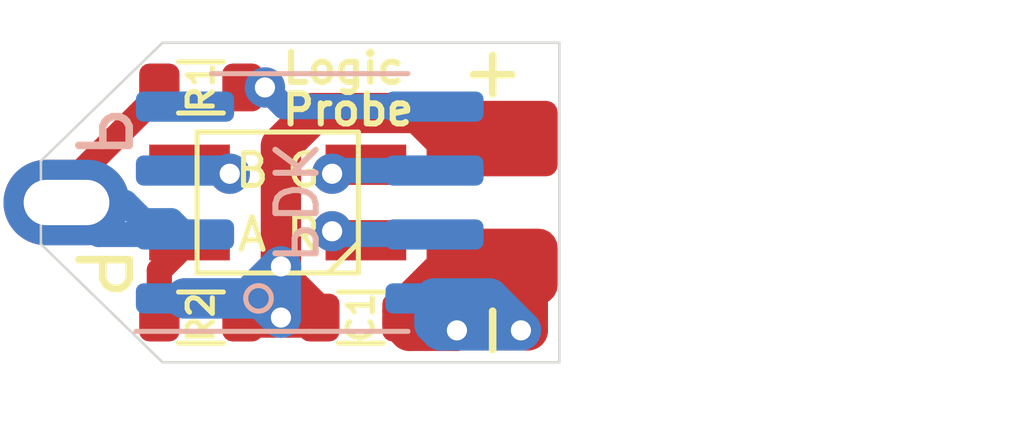
<source format=kicad_pcb>
(kicad_pcb (version 20171130) (host pcbnew "(5.1.8)-1")

  (general
    (thickness 0.8)
    (drawings 12)
    (tracks 78)
    (zones 0)
    (modules 7)
    (nets 9)
  )

  (page USLetter)
  (layers
    (0 F.Cu signal)
    (31 B.Cu signal)
    (32 B.Adhes user)
    (33 F.Adhes user)
    (34 B.Paste user)
    (35 F.Paste user)
    (36 B.SilkS user)
    (37 F.SilkS user)
    (38 B.Mask user)
    (39 F.Mask user)
    (40 Dwgs.User user)
    (41 Cmts.User user)
    (42 Eco1.User user)
    (43 Eco2.User user)
    (44 Edge.Cuts user)
    (45 Margin user)
    (46 B.CrtYd user)
    (47 F.CrtYd user)
    (48 B.Fab user)
    (49 F.Fab user)
  )

  (setup
    (last_trace_width 0.25)
    (user_trace_width 0.4)
    (user_trace_width 0.5)
    (user_trace_width 0.8)
    (user_trace_width 1)
    (trace_clearance 0.2)
    (zone_clearance 0.508)
    (zone_45_only no)
    (trace_min 0.2)
    (via_size 0.8)
    (via_drill 0.4)
    (via_min_size 0.4)
    (via_min_drill 0.3)
    (user_via 0.6 0.3)
    (user_via 0.7 0.35)
    (uvia_size 0.3)
    (uvia_drill 0.1)
    (uvias_allowed no)
    (uvia_min_size 0.2)
    (uvia_min_drill 0.1)
    (edge_width 0.05)
    (segment_width 0.2)
    (pcb_text_width 0.3)
    (pcb_text_size 1.5 1.5)
    (mod_edge_width 0.12)
    (mod_text_size 1 1)
    (mod_text_width 0.15)
    (pad_size 2.5 1.7)
    (pad_drill 1.7)
    (pad_to_mask_clearance 0)
    (aux_axis_origin 0 0)
    (visible_elements 7FFFFFFF)
    (pcbplotparams
      (layerselection 0x010fc_ffffffff)
      (usegerberextensions false)
      (usegerberattributes true)
      (usegerberadvancedattributes true)
      (creategerberjobfile true)
      (excludeedgelayer true)
      (linewidth 0.100000)
      (plotframeref false)
      (viasonmask false)
      (mode 1)
      (useauxorigin false)
      (hpglpennumber 1)
      (hpglpenspeed 20)
      (hpglpendiameter 15.000000)
      (psnegative false)
      (psa4output false)
      (plotreference true)
      (plotvalue true)
      (plotinvisibletext false)
      (padsonsilk false)
      (subtractmaskfromsilk false)
      (outputformat 1)
      (mirror false)
      (drillshape 0)
      (scaleselection 1)
      (outputdirectory "output/gerber/"))
  )

  (net 0 "")
  (net 1 "Net-(D1-Pad2)")
  (net 2 "Net-(R1-Pad1)")
  (net 3 PROBE)
  (net 4 VCC)
  (net 5 GND)
  (net 6 LED_R)
  (net 7 LED_G)
  (net 8 LED_B)

  (net_class Default "This is the default net class."
    (clearance 0.2)
    (trace_width 0.25)
    (via_dia 0.8)
    (via_drill 0.4)
    (uvia_dia 0.3)
    (uvia_drill 0.1)
    (add_net GND)
    (add_net LED_B)
    (add_net LED_G)
    (add_net LED_R)
    (add_net "Net-(D1-Pad2)")
    (add_net "Net-(R1-Pad1)")
    (add_net PROBE)
    (add_net VCC)
  )

  (module modules:SOIC-8_3.9x4.9mm_P1.27mm (layer B.Cu) (tedit 638E2DD4) (tstamp 638BB989)
    (at 139.7 88.9)
    (descr "SOIC, 8 Pin (JEDEC MS-012AA, https://www.analog.com/media/en/package-pcb-resources/package/pkg_pdf/soic_narrow-r/r_8.pdf), generated with kicad-footprint-generator ipc_gullwing_generator.py")
    (tags "SOIC SO")
    (path /638BB5E6)
    (attr smd)
    (fp_text reference U1 (at 0 -1.905 unlocked) (layer B.Fab)
      (effects (font (size 0.8 0.8) (thickness 0.12)) (justify mirror))
    )
    (fp_text value PDK (at 0.762 0 90) (layer B.Fab)
      (effects (font (size 0.4 0.4) (thickness 0.08)) (justify mirror))
    )
    (fp_circle (center -1.016 1.905) (end -0.762 1.905) (layer B.SilkS) (width 0.1))
    (fp_line (start 0 -2.56) (end 1.95 -2.56) (layer B.SilkS) (width 0.1))
    (fp_line (start 0 -2.56) (end -1.95 -2.56) (layer B.SilkS) (width 0.1))
    (fp_line (start 0 2.56) (end 1.95 2.56) (layer B.SilkS) (width 0.1))
    (fp_line (start 0 2.56) (end -3.45 2.56) (layer B.SilkS) (width 0.1))
    (fp_line (start -0.975 2.45) (end 1.95 2.45) (layer B.Fab) (width 0.1))
    (fp_line (start 1.95 2.45) (end 1.95 -2.45) (layer B.Fab) (width 0.1))
    (fp_line (start 1.95 -2.45) (end -1.95 -2.45) (layer B.Fab) (width 0.1))
    (fp_line (start -1.95 -2.45) (end -1.95 1.475) (layer B.Fab) (width 0.1))
    (fp_line (start -1.95 1.475) (end -0.975 2.45) (layer B.Fab) (width 0.1))
    (fp_line (start -3.7 2.7) (end -3.7 -2.7) (layer B.CrtYd) (width 0.05))
    (fp_line (start -3.7 -2.7) (end 3.7 -2.7) (layer B.CrtYd) (width 0.05))
    (fp_line (start 3.7 -2.7) (end 3.7 2.7) (layer B.CrtYd) (width 0.05))
    (fp_line (start 3.7 2.7) (end -3.7 2.7) (layer B.CrtYd) (width 0.05))
    (fp_text user %R (at 0 0 90) (layer B.Fab)
      (effects (font (size 0.5 0.5) (thickness 0.1)) (justify mirror))
    )
    (fp_text user %V (at -0.3175 0 -90 unlocked) (layer B.SilkS)
      (effects (font (size 0.8 0.8) (thickness 0.12)) (justify mirror))
    )
    (pad 8 smd roundrect (at 2.475 1.905) (size 1.95 0.6) (layers B.Cu B.Paste B.Mask) (roundrect_rratio 0.25)
      (net 5 GND))
    (pad 7 smd roundrect (at 2.475 0.635) (size 1.95 0.6) (layers B.Cu B.Paste B.Mask) (roundrect_rratio 0.25)
      (net 6 LED_R))
    (pad 6 smd roundrect (at 2.475 -0.635) (size 1.95 0.6) (layers B.Cu B.Paste B.Mask) (roundrect_rratio 0.25)
      (net 7 LED_G))
    (pad 5 smd roundrect (at 2.475 -1.905) (size 1.95 0.6) (layers B.Cu B.Paste B.Mask) (roundrect_rratio 0.25)
      (net 2 "Net-(R1-Pad1)"))
    (pad 3 smd roundrect (at -2.475 -0.635) (size 1.95 0.6) (layers B.Cu B.Paste B.Mask) (roundrect_rratio 0.25)
      (net 8 LED_B))
    (pad 2 smd roundrect (at -2.475 0.635) (size 1.95 0.6) (layers B.Cu B.Paste B.Mask) (roundrect_rratio 0.25)
      (net 3 PROBE))
    (pad 1 smd roundrect (at -2.475 1.905) (size 1.95 0.6) (layers B.Cu B.Paste B.Mask) (roundrect_rratio 0.25)
      (net 4 VCC))
    (pad 4 smd roundrect (at -2.475 -1.905) (size 1.95 0.6) (layers B.Cu B.Paste B.Mask) (roundrect_rratio 0.25))
    (model ${KISYS3DMOD}/Package_SO.3dshapes/SOIC-8_3.9x4.9mm_P1.27mm.wrl
      (at (xyz 0 0 0))
      (scale (xyz 1 1 1))
      (rotate (xyz 0 0 0))
    )
  )

  (module modules:PinHeader_1x01_P2.54mm_Vertical (layer B.Cu) (tedit 638EAF0B) (tstamp 638BC2E0)
    (at 134.874 88.9)
    (descr "Through hole straight pin header, 1x01, 2.54mm pitch, single row")
    (tags "Through hole pin header THT 1x01 2.54mm single row")
    (path /638CBFF1)
    (fp_text reference TP1 (at 0 1.8415) (layer B.Fab)
      (effects (font (size 0.8 0.8) (thickness 0.12)) (justify mirror))
    )
    (fp_text value Probe (at 0.508 0 -90) (layer B.Fab)
      (effects (font (size 0.5 0.5) (thickness 0.1)) (justify mirror))
    )
    (fp_line (start -0.635 1.27) (end 1.27 1.27) (layer B.Fab) (width 0.1))
    (fp_line (start 1.27 1.27) (end 1.27 -1.27) (layer B.Fab) (width 0.1))
    (fp_line (start 1.27 -1.27) (end -1.27 -1.27) (layer B.Fab) (width 0.1))
    (fp_line (start -1.27 -1.27) (end -1.27 0.635) (layer B.Fab) (width 0.1))
    (fp_line (start -1.27 0.635) (end -0.635 1.27) (layer B.Fab) (width 0.1))
    (fp_line (start -1.27 1.27) (end -1.27 -1.27) (layer B.CrtYd) (width 0.05))
    (fp_line (start -1.27 -1.27) (end 1.27 -1.27) (layer B.CrtYd) (width 0.05))
    (fp_line (start 1.27 -1.27) (end 1.27 1.27) (layer B.CrtYd) (width 0.05))
    (fp_line (start 1.27 1.27) (end -1.27 1.27) (layer B.CrtYd) (width 0.05))
    (fp_text user %R (at -0.508 0 -270) (layer B.Fab)
      (effects (font (size 0.5 0.5) (thickness 0.1)) (justify mirror))
    )
    (pad 1 thru_hole oval (at 0 0) (size 2.5 1.7) (drill oval 1.7 0.9) (layers *.Cu *.Mask)
      (net 3 PROBE))
    (model ${KISYS3DMOD}/Connector_PinHeader_2.54mm.3dshapes/PinHeader_1x01_P2.54mm_Vertical.wrl
      (offset (xyz -2.2 0 -0.425))
      (scale (xyz 1 1 1))
      (rotate (xyz 0 90 0))
    )
  )

  (module modules:LED_BAGR_3528 (layer F.Cu) (tedit 5B9F1A96) (tstamp 638BB94B)
    (at 139.065 88.9 180)
    (path /638C1323)
    (attr smd)
    (fp_text reference D1 (at 0 0 180) (layer F.Fab)
      (effects (font (size 0.5 0.5) (thickness 0.1)))
    )
    (fp_text value LED_BAGR (at 0 1.905) (layer F.SilkS) hide
      (effects (font (size 0.5 0.5) (thickness 0.1)))
    )
    (fp_line (start -1.6 -0.8) (end -1 -1.4) (layer F.SilkS) (width 0.1))
    (fp_line (start 1.6 -1.4) (end 1.6 1.4) (layer F.SilkS) (width 0.1))
    (fp_line (start 1.6 -1.4) (end 1.6 1.4) (layer F.Fab) (width 0.1))
    (fp_line (start -1.6 -1.4) (end -1.6 1.4) (layer F.Fab) (width 0.1))
    (fp_line (start -1.6 1.4) (end 1.6 1.4) (layer F.Fab) (width 0.1))
    (fp_line (start -1.6 -1.4) (end 1.6 -1.4) (layer F.Fab) (width 0.1))
    (fp_line (start -1.6 -1.4) (end -1.6 1.4) (layer F.SilkS) (width 0.1))
    (fp_line (start -1.6 1.4) (end 1.6 1.4) (layer F.SilkS) (width 0.1))
    (fp_line (start -1.6 -1.4) (end 1.6 -1.4) (layer F.SilkS) (width 0.1))
    (fp_text user A (at 0.508 -0.635) (layer F.SilkS)
      (effects (font (size 0.65 0.65) (thickness 0.1)))
    )
    (fp_text user B (at 0.508 0.635) (layer F.SilkS)
      (effects (font (size 0.65 0.65) (thickness 0.1)))
    )
    (fp_text user G (at -0.508 0.635) (layer F.SilkS)
      (effects (font (size 0.65 0.65) (thickness 0.1)))
    )
    (fp_text user R (at -0.508 -0.635) (layer F.SilkS)
      (effects (font (size 0.65 0.65) (thickness 0.1)))
    )
    (pad 4 smd rect (at -1.75 -0.75 180) (size 1.6 0.8) (layers F.Cu F.Paste F.Mask)
      (net 6 LED_R))
    (pad 3 smd rect (at -1.75 0.75 180) (size 1.6 0.8) (layers F.Cu F.Paste F.Mask)
      (net 7 LED_G))
    (pad 2 smd rect (at 1.75 -0.75 180) (size 1.6 0.8) (layers F.Cu F.Paste F.Mask)
      (net 1 "Net-(D1-Pad2)"))
    (pad 1 smd rect (at 1.75 0.75 180) (size 1.6 0.8) (layers F.Cu F.Paste F.Mask)
      (net 8 LED_B))
    (model ${KIPRJMOD}/_3dshapes/RGB_LED_2121.step
      (offset (xyz 0 0 0.45))
      (scale (xyz 1.6 1.5 1))
      (rotate (xyz 0 0 180))
    )
  )

  (module modules:PinHeader_1x02_P2.54mm_Horizontal (layer F.Cu) (tedit 638EAEEC) (tstamp 638BBD3D)
    (at 143.3195 87.63)
    (descr "Through hole angled pin header, 1x02, 2.54mm pitch, 6mm pin length, single row")
    (tags "Through hole angled pin header THT 1x02 2.54mm single row")
    (path /638C5F46)
    (fp_text reference J1 (at 0.0635 -1.905) (layer F.Fab)
      (effects (font (size 1 1) (thickness 0.15)))
    )
    (fp_text value PWR (at 4.385 4.81) (layer F.Fab)
      (effects (font (size 1 1) (thickness 0.15)))
    )
    (fp_line (start 2.135 -1.27) (end 4.04 -1.27) (layer F.Fab) (width 0.1))
    (fp_line (start 4.04 -1.27) (end 4.04 3.81) (layer F.Fab) (width 0.1))
    (fp_line (start 4.04 3.81) (end 1.5 3.81) (layer F.Fab) (width 0.1))
    (fp_line (start 1.5 3.81) (end 1.5 -0.635) (layer F.Fab) (width 0.1))
    (fp_line (start 1.5 -0.635) (end 2.135 -1.27) (layer F.Fab) (width 0.1))
    (fp_line (start -0.32 -0.32) (end 1.5 -0.32) (layer F.Fab) (width 0.1))
    (fp_line (start -0.32 -0.32) (end -0.32 0.32) (layer F.Fab) (width 0.1))
    (fp_line (start -0.32 0.32) (end 1.5 0.32) (layer F.Fab) (width 0.1))
    (fp_line (start 4.04 -0.32) (end 10.04 -0.32) (layer F.Fab) (width 0.1))
    (fp_line (start 10.04 -0.32) (end 10.04 0.32) (layer F.Fab) (width 0.1))
    (fp_line (start 4.04 0.32) (end 10.04 0.32) (layer F.Fab) (width 0.1))
    (fp_line (start -0.32 2.22) (end 1.5 2.22) (layer F.Fab) (width 0.1))
    (fp_line (start -0.32 2.22) (end -0.32 2.86) (layer F.Fab) (width 0.1))
    (fp_line (start -0.32 2.86) (end 1.5 2.86) (layer F.Fab) (width 0.1))
    (fp_line (start 4.04 2.22) (end 10.04 2.22) (layer F.Fab) (width 0.1))
    (fp_line (start 10.04 2.22) (end 10.04 2.86) (layer F.Fab) (width 0.1))
    (fp_line (start 4.04 2.86) (end 10.04 2.86) (layer F.Fab) (width 0.1))
    (fp_line (start -1.8 -1.8) (end -1.8 4.32) (layer F.CrtYd) (width 0.05))
    (fp_line (start -1.8 4.32) (end 10.55 4.32) (layer F.CrtYd) (width 0.05))
    (fp_line (start 10.55 4.32) (end 10.55 -1.8) (layer F.CrtYd) (width 0.05))
    (fp_line (start 10.55 -1.8) (end -1.8 -1.8) (layer F.CrtYd) (width 0.05))
    (fp_text user %R (at 2.77 1.27 90) (layer F.Fab)
      (effects (font (size 1 1) (thickness 0.15)))
    )
    (pad 1 smd roundrect (at 0 2.54) (size 2.6 1.5) (layers F.Cu F.Paste F.Mask) (roundrect_rratio 0.25)
      (net 5 GND))
    (pad 2 smd roundrect (at 0 0) (size 2.6 1.5) (layers F.Cu F.Paste F.Mask) (roundrect_rratio 0.15)
      (net 4 VCC))
    (model ${KISYS3DMOD}/Connector_PinHeader_2.54mm.3dshapes/PinHeader_1x02_P2.54mm_Vertical.wrl
      (offset (xyz 2 0 0.3))
      (scale (xyz 1 1 1))
      (rotate (xyz 0 -90 0))
    )
  )

  (module modules:C_0603 (layer F.Cu) (tedit 637E5C5C) (tstamp 638BBDF7)
    (at 140.716 91.186)
    (descr "Capacitor SMD 0603 (1608 Metric), square (rectangular) end terminal, IPC_7351 nominal, (Body size source: IPC-SM-782 page 76, https://www.pcb-3d.com/wordpress/wp-content/uploads/ipc-sm-782a_amendment_1_and_2.pdf), generated with kicad-footprint-generator")
    (tags capacitor)
    (path /638BCED9)
    (attr smd)
    (fp_text reference C1 (at 0 0 90) (layer F.SilkS)
      (effects (font (size 0.5 0.5) (thickness 0.1)))
    )
    (fp_text value 100n (at 0 0.889) (layer F.Fab)
      (effects (font (size 0.4 0.4) (thickness 0.08)))
    )
    (fp_line (start 1.48 0.73) (end -1.48 0.73) (layer F.CrtYd) (width 0.05))
    (fp_line (start 1.48 -0.73) (end 1.48 0.73) (layer F.CrtYd) (width 0.05))
    (fp_line (start -1.48 -0.73) (end 1.48 -0.73) (layer F.CrtYd) (width 0.05))
    (fp_line (start -1.48 0.73) (end -1.48 -0.73) (layer F.CrtYd) (width 0.05))
    (fp_line (start -0.8 0.4) (end -0.8 -0.4) (layer F.Fab) (width 0.1))
    (fp_line (start -0.8 -0.4) (end 0.8 -0.4) (layer F.Fab) (width 0.1))
    (fp_line (start 0.8 -0.4) (end 0.8 0.4) (layer F.Fab) (width 0.1))
    (fp_line (start 0.8 0.4) (end -0.8 0.4) (layer F.Fab) (width 0.1))
    (fp_line (start -0.4445 -0.508) (end 0.4445 -0.508) (layer F.SilkS) (width 0.1))
    (fp_line (start -0.4445 0.508) (end 0.4445 0.508) (layer F.SilkS) (width 0.1))
    (fp_text user %R (at 0 0) (layer F.Fab)
      (effects (font (size 0.5 0.5) (thickness 0.1)))
    )
    (pad 1 smd roundrect (at -0.825 0) (size 0.8 0.95) (layers F.Cu F.Paste F.Mask) (roundrect_rratio 0.25)
      (net 4 VCC))
    (pad 2 smd roundrect (at 0.825 0) (size 0.8 0.95) (layers F.Cu F.Paste F.Mask) (roundrect_rratio 0.25)
      (net 5 GND))
    (model ${KISYS3DMOD}/Capacitor_SMD.3dshapes/C_0603_1608Metric.wrl
      (at (xyz 0 0 0))
      (scale (xyz 1 1 1))
      (rotate (xyz 0 0 0))
    )
  )

  (module modules:R_0603 (layer F.Cu) (tedit 5FF25583) (tstamp 638BC079)
    (at 137.541 86.614 180)
    (descr "Resistor SMD 0603 (1608 Metric), square (rectangular) end terminal, IPC_7351 nominal, (Body size source: IPC-SM-782 page 72, https://www.pcb-3d.com/wordpress/wp-content/uploads/ipc-sm-782a_amendment_1_and_2.pdf), generated with kicad-footprint-generator")
    (tags resistor)
    (path /638BFFEA)
    (attr smd)
    (fp_text reference R1 (at 0 0 270) (layer F.SilkS)
      (effects (font (size 0.5 0.5) (thickness 0.1)))
    )
    (fp_text value 22k (at 0 0.889 180) (layer F.Fab)
      (effects (font (size 0.4 0.4) (thickness 0.08)))
    )
    (fp_line (start -0.4445 0.508) (end 0.4445 0.508) (layer F.SilkS) (width 0.1))
    (fp_line (start -0.4445 -0.508) (end 0.4445 -0.508) (layer F.SilkS) (width 0.1))
    (fp_line (start 0.8 0.4125) (end -0.8 0.4125) (layer F.Fab) (width 0.1))
    (fp_line (start 0.8 -0.4125) (end 0.8 0.4125) (layer F.Fab) (width 0.1))
    (fp_line (start -0.8 -0.4125) (end 0.8 -0.4125) (layer F.Fab) (width 0.1))
    (fp_line (start -0.8 0.4125) (end -0.8 -0.4125) (layer F.Fab) (width 0.1))
    (fp_line (start -1.48 0.73) (end -1.48 -0.73) (layer F.CrtYd) (width 0.05))
    (fp_line (start -1.48 -0.73) (end 1.48 -0.73) (layer F.CrtYd) (width 0.05))
    (fp_line (start 1.48 -0.73) (end 1.48 0.73) (layer F.CrtYd) (width 0.05))
    (fp_line (start 1.48 0.73) (end -1.48 0.73) (layer F.CrtYd) (width 0.05))
    (fp_text user %R (at 0 0 180) (layer F.Fab)
      (effects (font (size 0.5 0.5) (thickness 0.1)))
    )
    (pad 1 smd roundrect (at -0.825 0 180) (size 0.8 0.95) (layers F.Cu F.Paste F.Mask) (roundrect_rratio 0.25)
      (net 2 "Net-(R1-Pad1)"))
    (pad 2 smd roundrect (at 0.825 0 180) (size 0.8 0.95) (layers F.Cu F.Paste F.Mask) (roundrect_rratio 0.25)
      (net 3 PROBE))
    (model ${KISYS3DMOD}/Resistor_SMD.3dshapes/R_0603_1608Metric.wrl
      (at (xyz 0 0 0))
      (scale (xyz 1 1 1))
      (rotate (xyz 0 0 0))
    )
  )

  (module modules:R_0603 (layer F.Cu) (tedit 5FF25583) (tstamp 638BC089)
    (at 137.541 91.186 180)
    (descr "Resistor SMD 0603 (1608 Metric), square (rectangular) end terminal, IPC_7351 nominal, (Body size source: IPC-SM-782 page 72, https://www.pcb-3d.com/wordpress/wp-content/uploads/ipc-sm-782a_amendment_1_and_2.pdf), generated with kicad-footprint-generator")
    (tags resistor)
    (path /638C50DB)
    (attr smd)
    (fp_text reference R2 (at 0 0 90) (layer F.SilkS)
      (effects (font (size 0.5 0.5) (thickness 0.1)))
    )
    (fp_text value 680 (at 0 0.889) (layer F.Fab)
      (effects (font (size 0.4 0.4) (thickness 0.08)))
    )
    (fp_line (start 1.48 0.73) (end -1.48 0.73) (layer F.CrtYd) (width 0.05))
    (fp_line (start 1.48 -0.73) (end 1.48 0.73) (layer F.CrtYd) (width 0.05))
    (fp_line (start -1.48 -0.73) (end 1.48 -0.73) (layer F.CrtYd) (width 0.05))
    (fp_line (start -1.48 0.73) (end -1.48 -0.73) (layer F.CrtYd) (width 0.05))
    (fp_line (start -0.8 0.4125) (end -0.8 -0.4125) (layer F.Fab) (width 0.1))
    (fp_line (start -0.8 -0.4125) (end 0.8 -0.4125) (layer F.Fab) (width 0.1))
    (fp_line (start 0.8 -0.4125) (end 0.8 0.4125) (layer F.Fab) (width 0.1))
    (fp_line (start 0.8 0.4125) (end -0.8 0.4125) (layer F.Fab) (width 0.1))
    (fp_line (start -0.4445 -0.508) (end 0.4445 -0.508) (layer F.SilkS) (width 0.1))
    (fp_line (start -0.4445 0.508) (end 0.4445 0.508) (layer F.SilkS) (width 0.1))
    (fp_text user %R (at 0 0) (layer F.Fab)
      (effects (font (size 0.5 0.5) (thickness 0.1)))
    )
    (pad 2 smd roundrect (at 0.825 0 180) (size 0.8 0.95) (layers F.Cu F.Paste F.Mask) (roundrect_rratio 0.25)
      (net 1 "Net-(D1-Pad2)"))
    (pad 1 smd roundrect (at -0.825 0 180) (size 0.8 0.95) (layers F.Cu F.Paste F.Mask) (roundrect_rratio 0.25)
      (net 4 VCC))
    (model ${KISYS3DMOD}/Resistor_SMD.3dshapes/R_0603_1608Metric.wrl
      (at (xyz 0 0 0))
      (scale (xyz 1 1 1))
      (rotate (xyz 0 0 0))
    )
  )

  (gr_text Probe (at 140.462 87.0585) (layer F.SilkS) (tstamp 638ED5B5)
    (effects (font (size 0.6 0.6) (thickness 0.12)))
  )
  (gr_text Logic (at 140.3731 86.233) (layer F.SilkS)
    (effects (font (size 0.6 0.6) (thickness 0.12)))
  )
  (gr_text P (at 135.5725 90.297 270) (layer F.SilkS)
    (effects (font (size 1 1) (thickness 0.15)))
  )
  (gr_text P (at 135.5725 87.503 270) (layer B.SilkS)
    (effects (font (size 1 1) (thickness 0.15)) (justify mirror))
  )
  (gr_text - (at 143.256 91.44 90) (layer F.SilkS)
    (effects (font (size 1 1) (thickness 0.15)))
  )
  (gr_text + (at 143.256 86.36 90) (layer F.SilkS)
    (effects (font (size 1 1) (thickness 0.15)))
  )
  (gr_line (start 134.366 88.0745) (end 136.779 85.725) (layer Edge.Cuts) (width 0.05) (tstamp 638BC4FF))
  (gr_line (start 134.366 89.7255) (end 134.366 88.0745) (layer Edge.Cuts) (width 0.05))
  (gr_line (start 136.779 92.075) (end 134.366 89.7255) (layer Edge.Cuts) (width 0.05))
  (gr_line (start 144.653 92.075) (end 136.779 92.075) (layer Edge.Cuts) (width 0.05) (tstamp 638EA066))
  (gr_line (start 144.653 85.725) (end 144.653 92.075) (layer Edge.Cuts) (width 0.05))
  (gr_line (start 136.779 85.725) (end 144.653 85.725) (layer Edge.Cuts) (width 0.05))

  (segment (start 136.716 90.249) (end 137.315 89.65) (width 0.5) (layer F.Cu) (net 1))
  (segment (start 136.716 91.059) (end 136.716 90.249) (width 0.5) (layer F.Cu) (net 1))
  (via (at 138.811 86.614) (size 0.8) (drill 0.4) (layers F.Cu B.Cu) (net 2) (tstamp 638EAD43))
  (segment (start 138.366 86.741) (end 138.821 86.741) (width 0.5) (layer F.Cu) (net 2))
  (segment (start 139.192 86.995) (end 138.811 86.614) (width 0.5) (layer B.Cu) (net 2))
  (segment (start 142.175 86.995) (end 139.192 86.995) (width 0.5) (layer B.Cu) (net 2))
  (segment (start 135.509 89.535) (end 134.874 88.9) (width 0.5) (layer B.Cu) (net 3))
  (segment (start 137.225 89.535) (end 135.509 89.535) (width 0.5) (layer B.Cu) (net 3))
  (segment (start 136.398 89.261544) (end 136.951544 89.261544) (width 0.5) (layer B.Cu) (net 3))
  (segment (start 136.036456 88.9) (end 136.398 89.261544) (width 0.5) (layer B.Cu) (net 3))
  (segment (start 136.951544 89.261544) (end 137.225 89.535) (width 0.5) (layer B.Cu) (net 3))
  (segment (start 134.874 88.9) (end 136.036456 88.9) (width 0.5) (layer B.Cu) (net 3))
  (segment (start 134.874 88.583) (end 134.874 88.9) (width 0.5) (layer F.Cu) (net 3))
  (segment (start 136.716 86.741) (end 134.874 88.583) (width 0.5) (layer F.Cu) (net 3))
  (via (at 139.1285 91.186) (size 0.8) (drill 0.4) (layers F.Cu B.Cu) (net 4))
  (segment (start 138.8745 90.805) (end 139.1285 91.059) (width 0.8) (layer B.Cu) (net 4))
  (segment (start 137.225 90.805) (end 138.8745 90.805) (width 0.8) (layer B.Cu) (net 4))
  (segment (start 138.366 91.186) (end 139.891 91.186) (width 0.8) (layer F.Cu) (net 4))
  (segment (start 142.989499 87.299999) (end 143.3195 87.63) (width 0.5) (layer F.Cu) (net 4))
  (segment (start 139.1285 87.776502) (end 139.783002 87.122) (width 0.8) (layer F.Cu) (net 4))
  (segment (start 139.1285 91.186) (end 139.1285 89.9795) (width 0.8) (layer F.Cu) (net 4))
  (segment (start 142.367 87.63) (end 141.859 87.122) (width 0.8) (layer F.Cu) (net 4))
  (segment (start 143.3195 87.63) (end 142.367 87.63) (width 0.8) (layer F.Cu) (net 4))
  (segment (start 139.783002 87.122) (end 141.859 87.122) (width 0.8) (layer F.Cu) (net 4))
  (segment (start 139.1285 89.9795) (end 139.1285 87.776502) (width 0.8) (layer F.Cu) (net 4) (tstamp 638EB49C))
  (via (at 139.1285 90.17) (size 0.8) (drill 0.4) (layers F.Cu B.Cu) (net 4))
  (segment (start 138.7475 90.805) (end 139.1285 91.186) (width 0.8) (layer B.Cu) (net 4))
  (segment (start 137.225 90.805) (end 138.7475 90.805) (width 0.8) (layer B.Cu) (net 4))
  (segment (start 138.4935 90.805) (end 139.1285 90.17) (width 0.8) (layer B.Cu) (net 4))
  (segment (start 137.225 90.805) (end 138.4935 90.805) (width 0.8) (layer B.Cu) (net 4))
  (segment (start 139.1285 90.17) (end 139.1285 91.186) (width 0.8) (layer B.Cu) (net 4))
  (segment (start 139.1285 90.4235) (end 138.366 91.186) (width 0.8) (layer F.Cu) (net 4))
  (segment (start 139.1285 90.17) (end 139.1285 90.4235) (width 0.8) (layer F.Cu) (net 4))
  (segment (start 139.1285 90.4235) (end 139.891 91.186) (width 0.8) (layer F.Cu) (net 4))
  (via (at 143.891 91.44) (size 0.8) (drill 0.4) (layers F.Cu B.Cu) (net 5))
  (via (at 142.621 91.44) (size 0.8) (drill 0.4) (layers F.Cu B.Cu) (net 5))
  (segment (start 142.175 91.3115) (end 142.3035 91.44) (width 0.8) (layer B.Cu) (net 5))
  (segment (start 142.175 90.805) (end 142.175 91.3115) (width 0.8) (layer B.Cu) (net 5))
  (segment (start 141.9225 91.059) (end 142.3035 91.44) (width 0.8) (layer F.Cu) (net 5))
  (segment (start 141.541 91.059) (end 141.9225 91.059) (width 0.8) (layer F.Cu) (net 5))
  (segment (start 142.43 90.17) (end 141.541 91.059) (width 0.8) (layer F.Cu) (net 5))
  (segment (start 143.3195 90.17) (end 142.43 90.17) (width 0.8) (layer F.Cu) (net 5))
  (segment (start 142.3035 91.186) (end 143.3195 90.17) (width 0.8) (layer F.Cu) (net 5))
  (segment (start 142.3035 91.44) (end 142.3035 91.186) (width 0.8) (layer F.Cu) (net 5))
  (segment (start 143.3195 90.424) (end 142.3035 91.44) (width 0.8) (layer F.Cu) (net 5))
  (segment (start 143.3195 90.17) (end 143.3195 90.424) (width 0.8) (layer F.Cu) (net 5))
  (segment (start 142.3035 91.44) (end 143.637 91.44) (width 0.8) (layer F.Cu) (net 5))
  (segment (start 143.764 91.44) (end 144.02799 91.17601) (width 0.8) (layer F.Cu) (net 5))
  (segment (start 143.637 91.44) (end 143.764 91.44) (width 0.8) (layer F.Cu) (net 5))
  (segment (start 144.02799 90.87849) (end 143.3195 90.17) (width 0.8) (layer F.Cu) (net 5))
  (segment (start 144.02799 91.17601) (end 144.02799 90.87849) (width 0.8) (layer F.Cu) (net 5))
  (segment (start 143.637 90.4875) (end 143.3195 90.17) (width 0.8) (layer F.Cu) (net 5))
  (segment (start 143.637 91.44) (end 143.637 90.4875) (width 0.8) (layer F.Cu) (net 5))
  (segment (start 143.891 91.44) (end 144.02799 91.44) (width 0.8) (layer F.Cu) (net 5))
  (segment (start 144.02799 91.44) (end 144.02799 90.87849) (width 0.8) (layer F.Cu) (net 5))
  (segment (start 143.256 90.805) (end 143.891 91.44) (width 0.8) (layer B.Cu) (net 5))
  (segment (start 142.175 90.805) (end 143.256 90.805) (width 0.8) (layer B.Cu) (net 5))
  (segment (start 142.621 91.44) (end 143.891 91.44) (width 0.8) (layer B.Cu) (net 5))
  (segment (start 141.541 91.3125) (end 141.67849 91.44999) (width 0.8) (layer F.Cu) (net 5))
  (segment (start 141.541 91.186) (end 141.541 91.3125) (width 0.8) (layer F.Cu) (net 5))
  (segment (start 142.61101 91.44999) (end 142.621 91.44) (width 0.8) (layer F.Cu) (net 5))
  (segment (start 141.67849 91.44999) (end 142.61101 91.44999) (width 0.8) (layer F.Cu) (net 5))
  (segment (start 142.621 91.44) (end 142.3035 91.44) (width 0.8) (layer B.Cu) (net 5))
  (via (at 140.1445 89.4715) (size 0.8) (drill 0.4) (layers F.Cu B.Cu) (net 6))
  (segment (start 140.323 89.65) (end 140.1445 89.4715) (width 0.5) (layer F.Cu) (net 6))
  (segment (start 140.815 89.65) (end 140.323 89.65) (width 0.5) (layer F.Cu) (net 6))
  (segment (start 140.208 89.535) (end 140.1445 89.4715) (width 0.5) (layer B.Cu) (net 6))
  (segment (start 142.175 89.535) (end 140.208 89.535) (width 0.5) (layer B.Cu) (net 6))
  (via (at 140.1445 88.3285) (size 0.8) (drill 0.4) (layers F.Cu B.Cu) (net 7) (tstamp 638EA3B6))
  (segment (start 140.323 88.15) (end 140.1445 88.3285) (width 0.5) (layer F.Cu) (net 7))
  (segment (start 140.815 88.15) (end 140.323 88.15) (width 0.5) (layer F.Cu) (net 7))
  (segment (start 140.208 88.265) (end 140.1445 88.3285) (width 0.5) (layer B.Cu) (net 7))
  (segment (start 142.175 88.265) (end 140.208 88.265) (width 0.5) (layer B.Cu) (net 7))
  (via (at 138.1125 88.3285) (size 0.8) (drill 0.4) (layers F.Cu B.Cu) (net 8))
  (segment (start 137.982208 88.15) (end 138.1285 88.296292) (width 0.5) (layer F.Cu) (net 8))
  (segment (start 137.315 88.15) (end 137.982208 88.15) (width 0.5) (layer F.Cu) (net 8))
  (segment (start 138.097208 88.265) (end 138.1285 88.296292) (width 0.5) (layer B.Cu) (net 8))
  (segment (start 137.225 88.265) (end 138.097208 88.265) (width 0.5) (layer B.Cu) (net 8))

)

</source>
